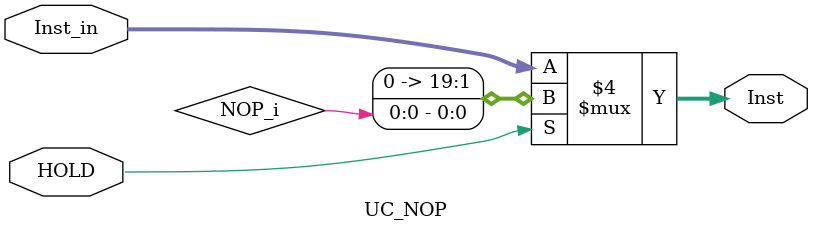
<source format=v>

module UC_NOP
#(
`include "INST_LIST.vh"
)
(
    input HOLD,
    input [19:0] Inst_in,
    
    output reg [19:0] Inst
);

always @(HOLD or Inst_in) begin
    if(!HOLD) begin
        Inst <= Inst_in;
    end
    else begin
        Inst <= NOP_i;
    end
end
endmodule

</source>
